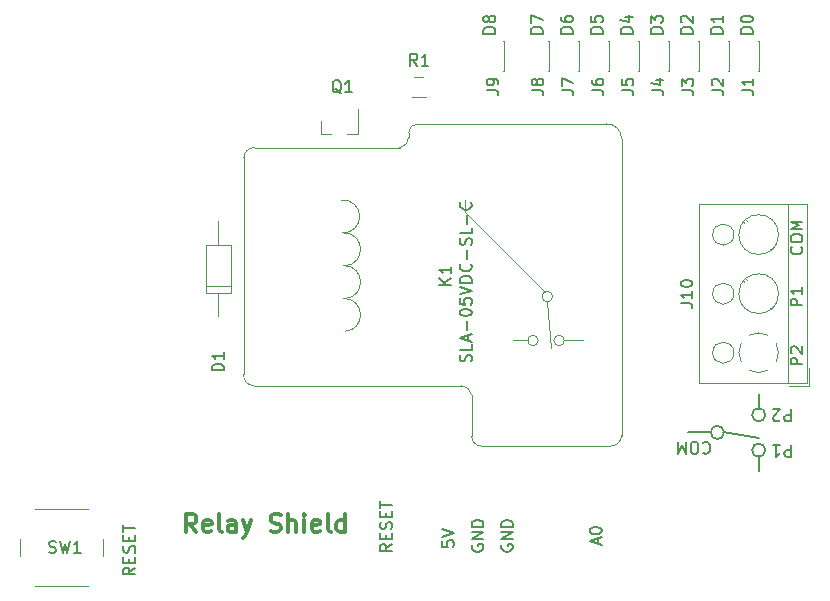
<source format=gto>
G04 #@! TF.GenerationSoftware,KiCad,Pcbnew,(2017-11-08 revision cd21218)-HEAD*
G04 #@! TF.CreationDate,2018-02-16T13:29:39+02:00*
G04 #@! TF.ProjectId,esp8266_uno_relay,657370383236365F756E6F5F72656C61,rev?*
G04 #@! TF.SameCoordinates,Original*
G04 #@! TF.FileFunction,Legend,Top*
G04 #@! TF.FilePolarity,Positive*
%FSLAX46Y46*%
G04 Gerber Fmt 4.6, Leading zero omitted, Abs format (unit mm)*
G04 Created by KiCad (PCBNEW (2017-11-08 revision cd21218)-HEAD) date Fri Feb 16 13:29:39 2018*
%MOMM*%
%LPD*%
G01*
G04 APERTURE LIST*
%ADD10C,0.200000*%
%ADD11C,0.150000*%
%ADD12C,0.300000*%
%ADD13C,0.100000*%
%ADD14C,0.120000*%
%ADD15C,2.200000*%
%ADD16C,2.800000*%
%ADD17C,4.600000*%
%ADD18C,3.600000*%
%ADD19O,2.000000X2.000000*%
%ADD20R,2.000000X2.000000*%
%ADD21R,1.670000X1.370000*%
%ADD22R,2.900000X2.900000*%
%ADD23C,2.900000*%
%ADD24R,1.200000X1.300000*%
%ADD25R,1.900000X1.700000*%
%ADD26C,2.400000*%
G04 APERTURE END LIST*
D10*
X164785714Y-133142857D02*
X164833333Y-133095238D01*
X164976190Y-133047619D01*
X165071428Y-133047619D01*
X165214285Y-133095238D01*
X165309523Y-133190476D01*
X165357142Y-133285714D01*
X165404761Y-133476190D01*
X165404761Y-133619047D01*
X165357142Y-133809523D01*
X165309523Y-133904761D01*
X165214285Y-134000000D01*
X165071428Y-134047619D01*
X164976190Y-134047619D01*
X164833333Y-134000000D01*
X164785714Y-133952380D01*
X164166666Y-134047619D02*
X163976190Y-134047619D01*
X163880952Y-134000000D01*
X163785714Y-133904761D01*
X163738095Y-133714285D01*
X163738095Y-133380952D01*
X163785714Y-133190476D01*
X163880952Y-133095238D01*
X163976190Y-133047619D01*
X164166666Y-133047619D01*
X164261904Y-133095238D01*
X164357142Y-133190476D01*
X164404761Y-133380952D01*
X164404761Y-133714285D01*
X164357142Y-133904761D01*
X164261904Y-134000000D01*
X164166666Y-134047619D01*
X163309523Y-133047619D02*
X163309523Y-134047619D01*
X162976190Y-133333333D01*
X162642857Y-134047619D01*
X162642857Y-133047619D01*
X172238095Y-130297619D02*
X172238095Y-131297619D01*
X171857142Y-131297619D01*
X171761904Y-131250000D01*
X171714285Y-131202380D01*
X171666666Y-131107142D01*
X171666666Y-130964285D01*
X171714285Y-130869047D01*
X171761904Y-130821428D01*
X171857142Y-130773809D01*
X172238095Y-130773809D01*
X171285714Y-131202380D02*
X171238095Y-131250000D01*
X171142857Y-131297619D01*
X170904761Y-131297619D01*
X170809523Y-131250000D01*
X170761904Y-131202380D01*
X170714285Y-131107142D01*
X170714285Y-131011904D01*
X170761904Y-130869047D01*
X171333333Y-130297619D01*
X170714285Y-130297619D01*
X172238095Y-133297619D02*
X172238095Y-134297619D01*
X171857142Y-134297619D01*
X171761904Y-134250000D01*
X171714285Y-134202380D01*
X171666666Y-134107142D01*
X171666666Y-133964285D01*
X171714285Y-133869047D01*
X171761904Y-133821428D01*
X171857142Y-133773809D01*
X172238095Y-133773809D01*
X170714285Y-133297619D02*
X171285714Y-133297619D01*
X171000000Y-133297619D02*
X171000000Y-134297619D01*
X171095238Y-134154761D01*
X171190476Y-134059523D01*
X171285714Y-134011904D01*
X169500000Y-135500000D02*
X169500000Y-134250000D01*
X169500000Y-130250000D02*
X169500000Y-129000000D01*
X165500000Y-132250000D02*
X163500000Y-132250000D01*
X166500000Y-132250000D02*
X169500000Y-132750000D01*
X166559017Y-132250000D02*
G75*
G03X166559017Y-132250000I-559017J0D01*
G01*
X170059017Y-130750000D02*
G75*
G03X170059017Y-130750000I-559017J0D01*
G01*
X170059017Y-133750000D02*
G75*
G03X170059017Y-133750000I-559017J0D01*
G01*
X173107142Y-116535714D02*
X173154761Y-116583333D01*
X173202380Y-116726190D01*
X173202380Y-116821428D01*
X173154761Y-116964285D01*
X173059523Y-117059523D01*
X172964285Y-117107142D01*
X172773809Y-117154761D01*
X172630952Y-117154761D01*
X172440476Y-117107142D01*
X172345238Y-117059523D01*
X172250000Y-116964285D01*
X172202380Y-116821428D01*
X172202380Y-116726190D01*
X172250000Y-116583333D01*
X172297619Y-116535714D01*
X172202380Y-115916666D02*
X172202380Y-115726190D01*
X172250000Y-115630952D01*
X172345238Y-115535714D01*
X172535714Y-115488095D01*
X172869047Y-115488095D01*
X173059523Y-115535714D01*
X173154761Y-115630952D01*
X173202380Y-115726190D01*
X173202380Y-115916666D01*
X173154761Y-116011904D01*
X173059523Y-116107142D01*
X172869047Y-116154761D01*
X172535714Y-116154761D01*
X172345238Y-116107142D01*
X172250000Y-116011904D01*
X172202380Y-115916666D01*
X173202380Y-115059523D02*
X172202380Y-115059523D01*
X172916666Y-114726190D01*
X172202380Y-114392857D01*
X173202380Y-114392857D01*
X173202380Y-121488095D02*
X172202380Y-121488095D01*
X172202380Y-121107142D01*
X172250000Y-121011904D01*
X172297619Y-120964285D01*
X172392857Y-120916666D01*
X172535714Y-120916666D01*
X172630952Y-120964285D01*
X172678571Y-121011904D01*
X172726190Y-121107142D01*
X172726190Y-121488095D01*
X173202380Y-119964285D02*
X173202380Y-120535714D01*
X173202380Y-120250000D02*
X172202380Y-120250000D01*
X172345238Y-120345238D01*
X172440476Y-120440476D01*
X172488095Y-120535714D01*
X173202380Y-126488095D02*
X172202380Y-126488095D01*
X172202380Y-126107142D01*
X172250000Y-126011904D01*
X172297619Y-125964285D01*
X172392857Y-125916666D01*
X172535714Y-125916666D01*
X172630952Y-125964285D01*
X172678571Y-126011904D01*
X172726190Y-126107142D01*
X172726190Y-126488095D01*
X172297619Y-125535714D02*
X172250000Y-125488095D01*
X172202380Y-125392857D01*
X172202380Y-125154761D01*
X172250000Y-125059523D01*
X172297619Y-125011904D01*
X172392857Y-124964285D01*
X172488095Y-124964285D01*
X172630952Y-125011904D01*
X173202380Y-125583333D01*
X173202380Y-124964285D01*
D11*
X168982380Y-98488095D02*
X167982380Y-98488095D01*
X167982380Y-98250000D01*
X168030000Y-98107142D01*
X168125238Y-98011904D01*
X168220476Y-97964285D01*
X168410952Y-97916666D01*
X168553809Y-97916666D01*
X168744285Y-97964285D01*
X168839523Y-98011904D01*
X168934761Y-98107142D01*
X168982380Y-98250000D01*
X168982380Y-98488095D01*
X167982380Y-97297619D02*
X167982380Y-97202380D01*
X168030000Y-97107142D01*
X168077619Y-97059523D01*
X168172857Y-97011904D01*
X168363333Y-96964285D01*
X168601428Y-96964285D01*
X168791904Y-97011904D01*
X168887142Y-97059523D01*
X168934761Y-97107142D01*
X168982380Y-97202380D01*
X168982380Y-97297619D01*
X168934761Y-97392857D01*
X168887142Y-97440476D01*
X168791904Y-97488095D01*
X168601428Y-97535714D01*
X168363333Y-97535714D01*
X168172857Y-97488095D01*
X168077619Y-97440476D01*
X168030000Y-97392857D01*
X167982380Y-97297619D01*
X166442380Y-98488095D02*
X165442380Y-98488095D01*
X165442380Y-98250000D01*
X165490000Y-98107142D01*
X165585238Y-98011904D01*
X165680476Y-97964285D01*
X165870952Y-97916666D01*
X166013809Y-97916666D01*
X166204285Y-97964285D01*
X166299523Y-98011904D01*
X166394761Y-98107142D01*
X166442380Y-98250000D01*
X166442380Y-98488095D01*
X166442380Y-96964285D02*
X166442380Y-97535714D01*
X166442380Y-97250000D02*
X165442380Y-97250000D01*
X165585238Y-97345238D01*
X165680476Y-97440476D01*
X165728095Y-97535714D01*
X163902380Y-98488095D02*
X162902380Y-98488095D01*
X162902380Y-98250000D01*
X162950000Y-98107142D01*
X163045238Y-98011904D01*
X163140476Y-97964285D01*
X163330952Y-97916666D01*
X163473809Y-97916666D01*
X163664285Y-97964285D01*
X163759523Y-98011904D01*
X163854761Y-98107142D01*
X163902380Y-98250000D01*
X163902380Y-98488095D01*
X162997619Y-97535714D02*
X162950000Y-97488095D01*
X162902380Y-97392857D01*
X162902380Y-97154761D01*
X162950000Y-97059523D01*
X162997619Y-97011904D01*
X163092857Y-96964285D01*
X163188095Y-96964285D01*
X163330952Y-97011904D01*
X163902380Y-97583333D01*
X163902380Y-96964285D01*
X161362380Y-98488095D02*
X160362380Y-98488095D01*
X160362380Y-98250000D01*
X160410000Y-98107142D01*
X160505238Y-98011904D01*
X160600476Y-97964285D01*
X160790952Y-97916666D01*
X160933809Y-97916666D01*
X161124285Y-97964285D01*
X161219523Y-98011904D01*
X161314761Y-98107142D01*
X161362380Y-98250000D01*
X161362380Y-98488095D01*
X160362380Y-97583333D02*
X160362380Y-96964285D01*
X160743333Y-97297619D01*
X160743333Y-97154761D01*
X160790952Y-97059523D01*
X160838571Y-97011904D01*
X160933809Y-96964285D01*
X161171904Y-96964285D01*
X161267142Y-97011904D01*
X161314761Y-97059523D01*
X161362380Y-97154761D01*
X161362380Y-97440476D01*
X161314761Y-97535714D01*
X161267142Y-97583333D01*
X158822380Y-98488095D02*
X157822380Y-98488095D01*
X157822380Y-98250000D01*
X157870000Y-98107142D01*
X157965238Y-98011904D01*
X158060476Y-97964285D01*
X158250952Y-97916666D01*
X158393809Y-97916666D01*
X158584285Y-97964285D01*
X158679523Y-98011904D01*
X158774761Y-98107142D01*
X158822380Y-98250000D01*
X158822380Y-98488095D01*
X158155714Y-97059523D02*
X158822380Y-97059523D01*
X157774761Y-97297619D02*
X158489047Y-97535714D01*
X158489047Y-96916666D01*
X156282380Y-98488095D02*
X155282380Y-98488095D01*
X155282380Y-98250000D01*
X155330000Y-98107142D01*
X155425238Y-98011904D01*
X155520476Y-97964285D01*
X155710952Y-97916666D01*
X155853809Y-97916666D01*
X156044285Y-97964285D01*
X156139523Y-98011904D01*
X156234761Y-98107142D01*
X156282380Y-98250000D01*
X156282380Y-98488095D01*
X155282380Y-97011904D02*
X155282380Y-97488095D01*
X155758571Y-97535714D01*
X155710952Y-97488095D01*
X155663333Y-97392857D01*
X155663333Y-97154761D01*
X155710952Y-97059523D01*
X155758571Y-97011904D01*
X155853809Y-96964285D01*
X156091904Y-96964285D01*
X156187142Y-97011904D01*
X156234761Y-97059523D01*
X156282380Y-97154761D01*
X156282380Y-97392857D01*
X156234761Y-97488095D01*
X156187142Y-97535714D01*
X153742380Y-98488095D02*
X152742380Y-98488095D01*
X152742380Y-98250000D01*
X152790000Y-98107142D01*
X152885238Y-98011904D01*
X152980476Y-97964285D01*
X153170952Y-97916666D01*
X153313809Y-97916666D01*
X153504285Y-97964285D01*
X153599523Y-98011904D01*
X153694761Y-98107142D01*
X153742380Y-98250000D01*
X153742380Y-98488095D01*
X152742380Y-97059523D02*
X152742380Y-97250000D01*
X152790000Y-97345238D01*
X152837619Y-97392857D01*
X152980476Y-97488095D01*
X153170952Y-97535714D01*
X153551904Y-97535714D01*
X153647142Y-97488095D01*
X153694761Y-97440476D01*
X153742380Y-97345238D01*
X153742380Y-97154761D01*
X153694761Y-97059523D01*
X153647142Y-97011904D01*
X153551904Y-96964285D01*
X153313809Y-96964285D01*
X153218571Y-97011904D01*
X153170952Y-97059523D01*
X153123333Y-97154761D01*
X153123333Y-97345238D01*
X153170952Y-97440476D01*
X153218571Y-97488095D01*
X153313809Y-97535714D01*
X151202380Y-98488095D02*
X150202380Y-98488095D01*
X150202380Y-98250000D01*
X150250000Y-98107142D01*
X150345238Y-98011904D01*
X150440476Y-97964285D01*
X150630952Y-97916666D01*
X150773809Y-97916666D01*
X150964285Y-97964285D01*
X151059523Y-98011904D01*
X151154761Y-98107142D01*
X151202380Y-98250000D01*
X151202380Y-98488095D01*
X150202380Y-97583333D02*
X150202380Y-96916666D01*
X151202380Y-97345238D01*
X147202380Y-98488095D02*
X146202380Y-98488095D01*
X146202380Y-98250000D01*
X146250000Y-98107142D01*
X146345238Y-98011904D01*
X146440476Y-97964285D01*
X146630952Y-97916666D01*
X146773809Y-97916666D01*
X146964285Y-97964285D01*
X147059523Y-98011904D01*
X147154761Y-98107142D01*
X147202380Y-98250000D01*
X147202380Y-98488095D01*
X146630952Y-97345238D02*
X146583333Y-97440476D01*
X146535714Y-97488095D01*
X146440476Y-97535714D01*
X146392857Y-97535714D01*
X146297619Y-97488095D01*
X146250000Y-97440476D01*
X146202380Y-97345238D01*
X146202380Y-97154761D01*
X146250000Y-97059523D01*
X146297619Y-97011904D01*
X146392857Y-96964285D01*
X146440476Y-96964285D01*
X146535714Y-97011904D01*
X146583333Y-97059523D01*
X146630952Y-97154761D01*
X146630952Y-97345238D01*
X146678571Y-97440476D01*
X146726190Y-97488095D01*
X146821428Y-97535714D01*
X147011904Y-97535714D01*
X147107142Y-97488095D01*
X147154761Y-97440476D01*
X147202380Y-97345238D01*
X147202380Y-97154761D01*
X147154761Y-97059523D01*
X147107142Y-97011904D01*
X147011904Y-96964285D01*
X146821428Y-96964285D01*
X146726190Y-97011904D01*
X146678571Y-97059523D01*
X146630952Y-97154761D01*
X155916666Y-141714285D02*
X155916666Y-141238095D01*
X156202380Y-141809523D02*
X155202380Y-141476190D01*
X156202380Y-141142857D01*
X155202380Y-140619047D02*
X155202380Y-140523809D01*
X155250000Y-140428571D01*
X155297619Y-140380952D01*
X155392857Y-140333333D01*
X155583333Y-140285714D01*
X155821428Y-140285714D01*
X156011904Y-140333333D01*
X156107142Y-140380952D01*
X156154761Y-140428571D01*
X156202380Y-140523809D01*
X156202380Y-140619047D01*
X156154761Y-140714285D01*
X156107142Y-140761904D01*
X156011904Y-140809523D01*
X155821428Y-140857142D01*
X155583333Y-140857142D01*
X155392857Y-140809523D01*
X155297619Y-140761904D01*
X155250000Y-140714285D01*
X155202380Y-140619047D01*
X147750000Y-141761904D02*
X147702380Y-141857142D01*
X147702380Y-142000000D01*
X147750000Y-142142857D01*
X147845238Y-142238095D01*
X147940476Y-142285714D01*
X148130952Y-142333333D01*
X148273809Y-142333333D01*
X148464285Y-142285714D01*
X148559523Y-142238095D01*
X148654761Y-142142857D01*
X148702380Y-142000000D01*
X148702380Y-141904761D01*
X148654761Y-141761904D01*
X148607142Y-141714285D01*
X148273809Y-141714285D01*
X148273809Y-141904761D01*
X148702380Y-141285714D02*
X147702380Y-141285714D01*
X148702380Y-140714285D01*
X147702380Y-140714285D01*
X148702380Y-140238095D02*
X147702380Y-140238095D01*
X147702380Y-140000000D01*
X147750000Y-139857142D01*
X147845238Y-139761904D01*
X147940476Y-139714285D01*
X148130952Y-139666666D01*
X148273809Y-139666666D01*
X148464285Y-139714285D01*
X148559523Y-139761904D01*
X148654761Y-139857142D01*
X148702380Y-140000000D01*
X148702380Y-140238095D01*
X145250000Y-141761904D02*
X145202380Y-141857142D01*
X145202380Y-142000000D01*
X145250000Y-142142857D01*
X145345238Y-142238095D01*
X145440476Y-142285714D01*
X145630952Y-142333333D01*
X145773809Y-142333333D01*
X145964285Y-142285714D01*
X146059523Y-142238095D01*
X146154761Y-142142857D01*
X146202380Y-142000000D01*
X146202380Y-141904761D01*
X146154761Y-141761904D01*
X146107142Y-141714285D01*
X145773809Y-141714285D01*
X145773809Y-141904761D01*
X146202380Y-141285714D02*
X145202380Y-141285714D01*
X146202380Y-140714285D01*
X145202380Y-140714285D01*
X146202380Y-140238095D02*
X145202380Y-140238095D01*
X145202380Y-140000000D01*
X145250000Y-139857142D01*
X145345238Y-139761904D01*
X145440476Y-139714285D01*
X145630952Y-139666666D01*
X145773809Y-139666666D01*
X145964285Y-139714285D01*
X146059523Y-139761904D01*
X146154761Y-139857142D01*
X146202380Y-140000000D01*
X146202380Y-140238095D01*
X138452380Y-141702380D02*
X137976190Y-142035714D01*
X138452380Y-142273809D02*
X137452380Y-142273809D01*
X137452380Y-141892857D01*
X137500000Y-141797619D01*
X137547619Y-141750000D01*
X137642857Y-141702380D01*
X137785714Y-141702380D01*
X137880952Y-141750000D01*
X137928571Y-141797619D01*
X137976190Y-141892857D01*
X137976190Y-142273809D01*
X137928571Y-141273809D02*
X137928571Y-140940476D01*
X138452380Y-140797619D02*
X138452380Y-141273809D01*
X137452380Y-141273809D01*
X137452380Y-140797619D01*
X138404761Y-140416666D02*
X138452380Y-140273809D01*
X138452380Y-140035714D01*
X138404761Y-139940476D01*
X138357142Y-139892857D01*
X138261904Y-139845238D01*
X138166666Y-139845238D01*
X138071428Y-139892857D01*
X138023809Y-139940476D01*
X137976190Y-140035714D01*
X137928571Y-140226190D01*
X137880952Y-140321428D01*
X137833333Y-140369047D01*
X137738095Y-140416666D01*
X137642857Y-140416666D01*
X137547619Y-140369047D01*
X137500000Y-140321428D01*
X137452380Y-140226190D01*
X137452380Y-139988095D01*
X137500000Y-139845238D01*
X137928571Y-139416666D02*
X137928571Y-139083333D01*
X138452380Y-138940476D02*
X138452380Y-139416666D01*
X137452380Y-139416666D01*
X137452380Y-138940476D01*
X137452380Y-138654761D02*
X137452380Y-138083333D01*
X138452380Y-138369047D02*
X137452380Y-138369047D01*
X142702380Y-141440476D02*
X142702380Y-141916666D01*
X143178571Y-141964285D01*
X143130952Y-141916666D01*
X143083333Y-141821428D01*
X143083333Y-141583333D01*
X143130952Y-141488095D01*
X143178571Y-141440476D01*
X143273809Y-141392857D01*
X143511904Y-141392857D01*
X143607142Y-141440476D01*
X143654761Y-141488095D01*
X143702380Y-141583333D01*
X143702380Y-141821428D01*
X143654761Y-141916666D01*
X143607142Y-141964285D01*
X142702380Y-141107142D02*
X143702380Y-140773809D01*
X142702380Y-140440476D01*
D12*
X121892857Y-140678571D02*
X121392857Y-139964285D01*
X121035714Y-140678571D02*
X121035714Y-139178571D01*
X121607142Y-139178571D01*
X121750000Y-139250000D01*
X121821428Y-139321428D01*
X121892857Y-139464285D01*
X121892857Y-139678571D01*
X121821428Y-139821428D01*
X121750000Y-139892857D01*
X121607142Y-139964285D01*
X121035714Y-139964285D01*
X123107142Y-140607142D02*
X122964285Y-140678571D01*
X122678571Y-140678571D01*
X122535714Y-140607142D01*
X122464285Y-140464285D01*
X122464285Y-139892857D01*
X122535714Y-139750000D01*
X122678571Y-139678571D01*
X122964285Y-139678571D01*
X123107142Y-139750000D01*
X123178571Y-139892857D01*
X123178571Y-140035714D01*
X122464285Y-140178571D01*
X124035714Y-140678571D02*
X123892857Y-140607142D01*
X123821428Y-140464285D01*
X123821428Y-139178571D01*
X125250000Y-140678571D02*
X125250000Y-139892857D01*
X125178571Y-139750000D01*
X125035714Y-139678571D01*
X124750000Y-139678571D01*
X124607142Y-139750000D01*
X125250000Y-140607142D02*
X125107142Y-140678571D01*
X124750000Y-140678571D01*
X124607142Y-140607142D01*
X124535714Y-140464285D01*
X124535714Y-140321428D01*
X124607142Y-140178571D01*
X124750000Y-140107142D01*
X125107142Y-140107142D01*
X125250000Y-140035714D01*
X125821428Y-139678571D02*
X126178571Y-140678571D01*
X126535714Y-139678571D02*
X126178571Y-140678571D01*
X126035714Y-141035714D01*
X125964285Y-141107142D01*
X125821428Y-141178571D01*
X128178571Y-140607142D02*
X128392857Y-140678571D01*
X128750000Y-140678571D01*
X128892857Y-140607142D01*
X128964285Y-140535714D01*
X129035714Y-140392857D01*
X129035714Y-140250000D01*
X128964285Y-140107142D01*
X128892857Y-140035714D01*
X128750000Y-139964285D01*
X128464285Y-139892857D01*
X128321428Y-139821428D01*
X128250000Y-139750000D01*
X128178571Y-139607142D01*
X128178571Y-139464285D01*
X128250000Y-139321428D01*
X128321428Y-139250000D01*
X128464285Y-139178571D01*
X128821428Y-139178571D01*
X129035714Y-139250000D01*
X129678571Y-140678571D02*
X129678571Y-139178571D01*
X130321428Y-140678571D02*
X130321428Y-139892857D01*
X130250000Y-139750000D01*
X130107142Y-139678571D01*
X129892857Y-139678571D01*
X129750000Y-139750000D01*
X129678571Y-139821428D01*
X131035714Y-140678571D02*
X131035714Y-139678571D01*
X131035714Y-139178571D02*
X130964285Y-139250000D01*
X131035714Y-139321428D01*
X131107142Y-139250000D01*
X131035714Y-139178571D01*
X131035714Y-139321428D01*
X132321428Y-140607142D02*
X132178571Y-140678571D01*
X131892857Y-140678571D01*
X131750000Y-140607142D01*
X131678571Y-140464285D01*
X131678571Y-139892857D01*
X131750000Y-139750000D01*
X131892857Y-139678571D01*
X132178571Y-139678571D01*
X132321428Y-139750000D01*
X132392857Y-139892857D01*
X132392857Y-140035714D01*
X131678571Y-140178571D01*
X133250000Y-140678571D02*
X133107142Y-140607142D01*
X133035714Y-140464285D01*
X133035714Y-139178571D01*
X134464285Y-140678571D02*
X134464285Y-139178571D01*
X134464285Y-140607142D02*
X134321428Y-140678571D01*
X134035714Y-140678571D01*
X133892857Y-140607142D01*
X133821428Y-140535714D01*
X133750000Y-140392857D01*
X133750000Y-139964285D01*
X133821428Y-139821428D01*
X133892857Y-139750000D01*
X134035714Y-139678571D01*
X134321428Y-139678571D01*
X134464285Y-139750000D01*
D13*
X150830455Y-124466244D02*
G75*
G03X150830455Y-124466244I-445911J0D01*
G01*
X153051544Y-124466244D02*
G75*
G03X153051544Y-124466244I-445911J0D01*
G01*
X134483226Y-120910105D02*
G75*
G03X134372253Y-118133095I-85784J1387294D01*
G01*
X146051462Y-133408887D02*
G75*
G02X145191797Y-132549222I0J859665D01*
G01*
X145191797Y-129072387D02*
X145191797Y-132549222D01*
X134483226Y-123687172D02*
G75*
G03X134372253Y-120910162I-85784J1387294D01*
G01*
X151606848Y-121244395D02*
X151947976Y-125105136D01*
X156897733Y-133408887D02*
X146051462Y-133408887D01*
X152052477Y-120743733D02*
G75*
G03X152052477Y-120743733I-445911J0D01*
G01*
X125904054Y-108971533D02*
X125904054Y-127293454D01*
X126755830Y-128288900D02*
G75*
G02X125905830Y-127299016I0J859884D01*
G01*
X140575030Y-106126735D02*
X156625830Y-106126735D01*
X125917737Y-108997441D02*
G75*
G02X126833630Y-108133335I865093J506D01*
G01*
X148718022Y-124466526D02*
X149940044Y-124466526D01*
X157904054Y-107396735D02*
X157904054Y-132548936D01*
X157897176Y-132473994D02*
G75*
G02X156869957Y-133408887I-938953J-98D01*
G01*
X139869399Y-107243789D02*
G75*
G02X139101830Y-108133335I-869169J-25946D01*
G01*
X151447976Y-120355136D02*
X144670409Y-113577569D01*
X134261864Y-115356012D02*
G75*
G03X134152119Y-112578962I67829J1393374D01*
G01*
X134483226Y-118133038D02*
G75*
G03X134372253Y-115356028I-85784J1387294D01*
G01*
X156603240Y-106126702D02*
G75*
G02X157898866Y-107371335I49990J-1244633D01*
G01*
X139860620Y-106863334D02*
X139860620Y-107222105D01*
X144348198Y-128293454D02*
X126755830Y-128293454D01*
X139127230Y-108133335D02*
X126843487Y-108133335D01*
X154606870Y-124466526D02*
X153051262Y-124466526D01*
X144358931Y-128293447D02*
G75*
G02X145191797Y-129072387I-21468J-857686D01*
G01*
X144670409Y-112566298D02*
X144670409Y-113577569D01*
X139862081Y-106863335D02*
G75*
G02X140600430Y-106124986I738349J0D01*
G01*
D14*
X122690000Y-120480000D02*
X124810000Y-120480000D01*
X124810000Y-120480000D02*
X124810000Y-116360000D01*
X124810000Y-116360000D02*
X122690000Y-116360000D01*
X122690000Y-116360000D02*
X122690000Y-120480000D01*
X123750000Y-122520000D02*
X123750000Y-120480000D01*
X123750000Y-114320000D02*
X123750000Y-116360000D01*
X122690000Y-119820000D02*
X124810000Y-119820000D01*
X169500000Y-101690000D02*
X169500000Y-99150000D01*
X167720000Y-99150000D02*
X167720000Y-101690000D01*
X167720000Y-99150000D02*
X169500000Y-99150000D01*
X169500000Y-101690000D02*
X167720000Y-101690000D01*
X166960000Y-101690000D02*
X165180000Y-101690000D01*
X165180000Y-99150000D02*
X166960000Y-99150000D01*
X165180000Y-99150000D02*
X165180000Y-101690000D01*
X166960000Y-101690000D02*
X166960000Y-99150000D01*
X164420000Y-101690000D02*
X164420000Y-99150000D01*
X162640000Y-99150000D02*
X162640000Y-101690000D01*
X162640000Y-99150000D02*
X164420000Y-99150000D01*
X164420000Y-101690000D02*
X162640000Y-101690000D01*
X161880000Y-101690000D02*
X160100000Y-101690000D01*
X160100000Y-99150000D02*
X161880000Y-99150000D01*
X160100000Y-99150000D02*
X160100000Y-101690000D01*
X161880000Y-101690000D02*
X161880000Y-99150000D01*
X159340000Y-101690000D02*
X159340000Y-99150000D01*
X157560000Y-99150000D02*
X157560000Y-101690000D01*
X157560000Y-99150000D02*
X159340000Y-99150000D01*
X159340000Y-101690000D02*
X157560000Y-101690000D01*
X156800000Y-101690000D02*
X155020000Y-101690000D01*
X155020000Y-99150000D02*
X156800000Y-99150000D01*
X155020000Y-99150000D02*
X155020000Y-101690000D01*
X156800000Y-101690000D02*
X156800000Y-99150000D01*
X154260000Y-101690000D02*
X154260000Y-99150000D01*
X152480000Y-99150000D02*
X152480000Y-101690000D01*
X152480000Y-99150000D02*
X154260000Y-99150000D01*
X154260000Y-101690000D02*
X152480000Y-101690000D01*
X151720000Y-101690000D02*
X149940000Y-101690000D01*
X149940000Y-99150000D02*
X151720000Y-99150000D01*
X149940000Y-99150000D02*
X149940000Y-101690000D01*
X151720000Y-101690000D02*
X151720000Y-99150000D01*
X147910000Y-101690000D02*
X147910000Y-99150000D01*
X146130000Y-99150000D02*
X146130000Y-101690000D01*
X146130000Y-99150000D02*
X147910000Y-99150000D01*
X147910000Y-101690000D02*
X146130000Y-101690000D01*
X170983352Y-124711288D02*
G75*
G02X171180000Y-125500000I-1483352J-788712D01*
G01*
X168710912Y-124016047D02*
G75*
G02X170289000Y-124016000I789088J-1483953D01*
G01*
X168016047Y-126289088D02*
G75*
G02X168016000Y-124711000I1483953J789088D01*
G01*
X170289088Y-126983953D02*
G75*
G02X168711000Y-126984000I-789088J1483953D01*
G01*
X171180450Y-125470617D02*
G75*
G02X170984000Y-126289000I-1680450J-29383D01*
G01*
X167400000Y-125500000D02*
G75*
G03X167400000Y-125500000I-900000J0D01*
G01*
X171180000Y-120500000D02*
G75*
G03X171180000Y-120500000I-1680000J0D01*
G01*
X167400000Y-120500000D02*
G75*
G03X167400000Y-120500000I-900000J0D01*
G01*
X171180000Y-115500000D02*
G75*
G03X171180000Y-115500000I-1680000J0D01*
G01*
X167400000Y-115500000D02*
G75*
G03X167400000Y-115500000I-900000J0D01*
G01*
X172000000Y-128060000D02*
X172000000Y-112940000D01*
X164440000Y-128060000D02*
X173560000Y-128060000D01*
X173560000Y-128060000D02*
X173560000Y-112940000D01*
X173560000Y-112940000D02*
X164440000Y-112940000D01*
X164440000Y-112940000D02*
X164440000Y-128060000D01*
X168431000Y-119225000D02*
X168524000Y-119319000D01*
X170716000Y-121510000D02*
X170774000Y-121569000D01*
X168225000Y-119430000D02*
X168284000Y-119489000D01*
X170476000Y-121680000D02*
X170569000Y-121774000D01*
X168431000Y-114225000D02*
X168524000Y-114319000D01*
X170716000Y-116510000D02*
X170774000Y-116569000D01*
X168225000Y-114430000D02*
X168284000Y-114489000D01*
X170476000Y-116680000D02*
X170569000Y-116774000D01*
X172060000Y-128300000D02*
X173800000Y-128300000D01*
X173800000Y-128300000D02*
X173800000Y-126800000D01*
X132420000Y-107010000D02*
X133350000Y-107010000D01*
X135580000Y-107010000D02*
X134650000Y-107010000D01*
X135580000Y-107010000D02*
X135580000Y-104850000D01*
X132420000Y-107010000D02*
X132420000Y-105550000D01*
X141350000Y-103880000D02*
X140150000Y-103880000D01*
X140150000Y-102120000D02*
X141350000Y-102120000D01*
X108250000Y-145250000D02*
X112750000Y-145250000D01*
X107000000Y-141250000D02*
X107000000Y-142750000D01*
X112750000Y-138750000D02*
X108250000Y-138750000D01*
X114000000Y-142750000D02*
X114000000Y-141250000D01*
D11*
X143452380Y-119738095D02*
X142452380Y-119738095D01*
X143452380Y-119166666D02*
X142880952Y-119595238D01*
X142452380Y-119166666D02*
X143023809Y-119738095D01*
X143452380Y-118214285D02*
X143452380Y-118785714D01*
X143452380Y-118500000D02*
X142452380Y-118500000D01*
X142595238Y-118595238D01*
X142690476Y-118690476D01*
X142738095Y-118785714D01*
X145154761Y-126238095D02*
X145202380Y-126095238D01*
X145202380Y-125857142D01*
X145154761Y-125761904D01*
X145107142Y-125714285D01*
X145011904Y-125666666D01*
X144916666Y-125666666D01*
X144821428Y-125714285D01*
X144773809Y-125761904D01*
X144726190Y-125857142D01*
X144678571Y-126047619D01*
X144630952Y-126142857D01*
X144583333Y-126190476D01*
X144488095Y-126238095D01*
X144392857Y-126238095D01*
X144297619Y-126190476D01*
X144250000Y-126142857D01*
X144202380Y-126047619D01*
X144202380Y-125809523D01*
X144250000Y-125666666D01*
X145202380Y-124761904D02*
X145202380Y-125238095D01*
X144202380Y-125238095D01*
X144916666Y-124476190D02*
X144916666Y-124000000D01*
X145202380Y-124571428D02*
X144202380Y-124238095D01*
X145202380Y-123904761D01*
X144821428Y-123571428D02*
X144821428Y-122809523D01*
X144202380Y-122142857D02*
X144202380Y-122047619D01*
X144250000Y-121952380D01*
X144297619Y-121904761D01*
X144392857Y-121857142D01*
X144583333Y-121809523D01*
X144821428Y-121809523D01*
X145011904Y-121857142D01*
X145107142Y-121904761D01*
X145154761Y-121952380D01*
X145202380Y-122047619D01*
X145202380Y-122142857D01*
X145154761Y-122238095D01*
X145107142Y-122285714D01*
X145011904Y-122333333D01*
X144821428Y-122380952D01*
X144583333Y-122380952D01*
X144392857Y-122333333D01*
X144297619Y-122285714D01*
X144250000Y-122238095D01*
X144202380Y-122142857D01*
X144202380Y-120904761D02*
X144202380Y-121380952D01*
X144678571Y-121428571D01*
X144630952Y-121380952D01*
X144583333Y-121285714D01*
X144583333Y-121047619D01*
X144630952Y-120952380D01*
X144678571Y-120904761D01*
X144773809Y-120857142D01*
X145011904Y-120857142D01*
X145107142Y-120904761D01*
X145154761Y-120952380D01*
X145202380Y-121047619D01*
X145202380Y-121285714D01*
X145154761Y-121380952D01*
X145107142Y-121428571D01*
X144202380Y-120571428D02*
X145202380Y-120238095D01*
X144202380Y-119904761D01*
X145202380Y-119571428D02*
X144202380Y-119571428D01*
X144202380Y-119333333D01*
X144250000Y-119190476D01*
X144345238Y-119095238D01*
X144440476Y-119047619D01*
X144630952Y-119000000D01*
X144773809Y-119000000D01*
X144964285Y-119047619D01*
X145059523Y-119095238D01*
X145154761Y-119190476D01*
X145202380Y-119333333D01*
X145202380Y-119571428D01*
X145107142Y-118000000D02*
X145154761Y-118047619D01*
X145202380Y-118190476D01*
X145202380Y-118285714D01*
X145154761Y-118428571D01*
X145059523Y-118523809D01*
X144964285Y-118571428D01*
X144773809Y-118619047D01*
X144630952Y-118619047D01*
X144440476Y-118571428D01*
X144345238Y-118523809D01*
X144250000Y-118428571D01*
X144202380Y-118285714D01*
X144202380Y-118190476D01*
X144250000Y-118047619D01*
X144297619Y-118000000D01*
X144821428Y-117571428D02*
X144821428Y-116809523D01*
X145154761Y-116380952D02*
X145202380Y-116238095D01*
X145202380Y-116000000D01*
X145154761Y-115904761D01*
X145107142Y-115857142D01*
X145011904Y-115809523D01*
X144916666Y-115809523D01*
X144821428Y-115857142D01*
X144773809Y-115904761D01*
X144726190Y-116000000D01*
X144678571Y-116190476D01*
X144630952Y-116285714D01*
X144583333Y-116333333D01*
X144488095Y-116380952D01*
X144392857Y-116380952D01*
X144297619Y-116333333D01*
X144250000Y-116285714D01*
X144202380Y-116190476D01*
X144202380Y-115952380D01*
X144250000Y-115809523D01*
X145202380Y-114904761D02*
X145202380Y-115380952D01*
X144202380Y-115380952D01*
X144821428Y-114571428D02*
X144821428Y-113809523D01*
X145107142Y-112761904D02*
X145154761Y-112809523D01*
X145202380Y-112952380D01*
X145202380Y-113047619D01*
X145154761Y-113190476D01*
X145059523Y-113285714D01*
X144964285Y-113333333D01*
X144773809Y-113380952D01*
X144630952Y-113380952D01*
X144440476Y-113333333D01*
X144345238Y-113285714D01*
X144250000Y-113190476D01*
X144202380Y-113047619D01*
X144202380Y-112952380D01*
X144250000Y-112809523D01*
X144297619Y-112761904D01*
X124202380Y-126988095D02*
X123202380Y-126988095D01*
X123202380Y-126750000D01*
X123250000Y-126607142D01*
X123345238Y-126511904D01*
X123440476Y-126464285D01*
X123630952Y-126416666D01*
X123773809Y-126416666D01*
X123964285Y-126464285D01*
X124059523Y-126511904D01*
X124154761Y-126607142D01*
X124202380Y-126750000D01*
X124202380Y-126988095D01*
X124202380Y-125464285D02*
X124202380Y-126035714D01*
X124202380Y-125750000D02*
X123202380Y-125750000D01*
X123345238Y-125845238D01*
X123440476Y-125940476D01*
X123488095Y-126035714D01*
X168062380Y-103293333D02*
X168776666Y-103293333D01*
X168919523Y-103340952D01*
X169014761Y-103436190D01*
X169062380Y-103579047D01*
X169062380Y-103674285D01*
X169062380Y-102293333D02*
X169062380Y-102864761D01*
X169062380Y-102579047D02*
X168062380Y-102579047D01*
X168205238Y-102674285D01*
X168300476Y-102769523D01*
X168348095Y-102864761D01*
X165522380Y-103293333D02*
X166236666Y-103293333D01*
X166379523Y-103340952D01*
X166474761Y-103436190D01*
X166522380Y-103579047D01*
X166522380Y-103674285D01*
X165617619Y-102864761D02*
X165570000Y-102817142D01*
X165522380Y-102721904D01*
X165522380Y-102483809D01*
X165570000Y-102388571D01*
X165617619Y-102340952D01*
X165712857Y-102293333D01*
X165808095Y-102293333D01*
X165950952Y-102340952D01*
X166522380Y-102912380D01*
X166522380Y-102293333D01*
X162982380Y-103293333D02*
X163696666Y-103293333D01*
X163839523Y-103340952D01*
X163934761Y-103436190D01*
X163982380Y-103579047D01*
X163982380Y-103674285D01*
X162982380Y-102912380D02*
X162982380Y-102293333D01*
X163363333Y-102626666D01*
X163363333Y-102483809D01*
X163410952Y-102388571D01*
X163458571Y-102340952D01*
X163553809Y-102293333D01*
X163791904Y-102293333D01*
X163887142Y-102340952D01*
X163934761Y-102388571D01*
X163982380Y-102483809D01*
X163982380Y-102769523D01*
X163934761Y-102864761D01*
X163887142Y-102912380D01*
X160442380Y-103293333D02*
X161156666Y-103293333D01*
X161299523Y-103340952D01*
X161394761Y-103436190D01*
X161442380Y-103579047D01*
X161442380Y-103674285D01*
X160775714Y-102388571D02*
X161442380Y-102388571D01*
X160394761Y-102626666D02*
X161109047Y-102864761D01*
X161109047Y-102245714D01*
X157902380Y-103293333D02*
X158616666Y-103293333D01*
X158759523Y-103340952D01*
X158854761Y-103436190D01*
X158902380Y-103579047D01*
X158902380Y-103674285D01*
X157902380Y-102340952D02*
X157902380Y-102817142D01*
X158378571Y-102864761D01*
X158330952Y-102817142D01*
X158283333Y-102721904D01*
X158283333Y-102483809D01*
X158330952Y-102388571D01*
X158378571Y-102340952D01*
X158473809Y-102293333D01*
X158711904Y-102293333D01*
X158807142Y-102340952D01*
X158854761Y-102388571D01*
X158902380Y-102483809D01*
X158902380Y-102721904D01*
X158854761Y-102817142D01*
X158807142Y-102864761D01*
X155362380Y-103293333D02*
X156076666Y-103293333D01*
X156219523Y-103340952D01*
X156314761Y-103436190D01*
X156362380Y-103579047D01*
X156362380Y-103674285D01*
X155362380Y-102388571D02*
X155362380Y-102579047D01*
X155410000Y-102674285D01*
X155457619Y-102721904D01*
X155600476Y-102817142D01*
X155790952Y-102864761D01*
X156171904Y-102864761D01*
X156267142Y-102817142D01*
X156314761Y-102769523D01*
X156362380Y-102674285D01*
X156362380Y-102483809D01*
X156314761Y-102388571D01*
X156267142Y-102340952D01*
X156171904Y-102293333D01*
X155933809Y-102293333D01*
X155838571Y-102340952D01*
X155790952Y-102388571D01*
X155743333Y-102483809D01*
X155743333Y-102674285D01*
X155790952Y-102769523D01*
X155838571Y-102817142D01*
X155933809Y-102864761D01*
X152822380Y-103293333D02*
X153536666Y-103293333D01*
X153679523Y-103340952D01*
X153774761Y-103436190D01*
X153822380Y-103579047D01*
X153822380Y-103674285D01*
X152822380Y-102912380D02*
X152822380Y-102245714D01*
X153822380Y-102674285D01*
X150282380Y-103293333D02*
X150996666Y-103293333D01*
X151139523Y-103340952D01*
X151234761Y-103436190D01*
X151282380Y-103579047D01*
X151282380Y-103674285D01*
X150710952Y-102674285D02*
X150663333Y-102769523D01*
X150615714Y-102817142D01*
X150520476Y-102864761D01*
X150472857Y-102864761D01*
X150377619Y-102817142D01*
X150330000Y-102769523D01*
X150282380Y-102674285D01*
X150282380Y-102483809D01*
X150330000Y-102388571D01*
X150377619Y-102340952D01*
X150472857Y-102293333D01*
X150520476Y-102293333D01*
X150615714Y-102340952D01*
X150663333Y-102388571D01*
X150710952Y-102483809D01*
X150710952Y-102674285D01*
X150758571Y-102769523D01*
X150806190Y-102817142D01*
X150901428Y-102864761D01*
X151091904Y-102864761D01*
X151187142Y-102817142D01*
X151234761Y-102769523D01*
X151282380Y-102674285D01*
X151282380Y-102483809D01*
X151234761Y-102388571D01*
X151187142Y-102340952D01*
X151091904Y-102293333D01*
X150901428Y-102293333D01*
X150806190Y-102340952D01*
X150758571Y-102388571D01*
X150710952Y-102483809D01*
X146472380Y-103293333D02*
X147186666Y-103293333D01*
X147329523Y-103340952D01*
X147424761Y-103436190D01*
X147472380Y-103579047D01*
X147472380Y-103674285D01*
X147472380Y-102769523D02*
X147472380Y-102579047D01*
X147424761Y-102483809D01*
X147377142Y-102436190D01*
X147234285Y-102340952D01*
X147043809Y-102293333D01*
X146662857Y-102293333D01*
X146567619Y-102340952D01*
X146520000Y-102388571D01*
X146472380Y-102483809D01*
X146472380Y-102674285D01*
X146520000Y-102769523D01*
X146567619Y-102817142D01*
X146662857Y-102864761D01*
X146900952Y-102864761D01*
X146996190Y-102817142D01*
X147043809Y-102769523D01*
X147091428Y-102674285D01*
X147091428Y-102483809D01*
X147043809Y-102388571D01*
X146996190Y-102340952D01*
X146900952Y-102293333D01*
X162892380Y-121309523D02*
X163606666Y-121309523D01*
X163749523Y-121357142D01*
X163844761Y-121452380D01*
X163892380Y-121595238D01*
X163892380Y-121690476D01*
X163892380Y-120309523D02*
X163892380Y-120880952D01*
X163892380Y-120595238D02*
X162892380Y-120595238D01*
X163035238Y-120690476D01*
X163130476Y-120785714D01*
X163178095Y-120880952D01*
X162892380Y-119690476D02*
X162892380Y-119595238D01*
X162940000Y-119500000D01*
X162987619Y-119452380D01*
X163082857Y-119404761D01*
X163273333Y-119357142D01*
X163511428Y-119357142D01*
X163701904Y-119404761D01*
X163797142Y-119452380D01*
X163844761Y-119500000D01*
X163892380Y-119595238D01*
X163892380Y-119690476D01*
X163844761Y-119785714D01*
X163797142Y-119833333D01*
X163701904Y-119880952D01*
X163511428Y-119928571D01*
X163273333Y-119928571D01*
X163082857Y-119880952D01*
X162987619Y-119833333D01*
X162940000Y-119785714D01*
X162892380Y-119690476D01*
X134154761Y-103547619D02*
X134059523Y-103500000D01*
X133964285Y-103404761D01*
X133821428Y-103261904D01*
X133726190Y-103214285D01*
X133630952Y-103214285D01*
X133678571Y-103452380D02*
X133583333Y-103404761D01*
X133488095Y-103309523D01*
X133440476Y-103119047D01*
X133440476Y-102785714D01*
X133488095Y-102595238D01*
X133583333Y-102500000D01*
X133678571Y-102452380D01*
X133869047Y-102452380D01*
X133964285Y-102500000D01*
X134059523Y-102595238D01*
X134107142Y-102785714D01*
X134107142Y-103119047D01*
X134059523Y-103309523D01*
X133964285Y-103404761D01*
X133869047Y-103452380D01*
X133678571Y-103452380D01*
X135059523Y-103452380D02*
X134488095Y-103452380D01*
X134773809Y-103452380D02*
X134773809Y-102452380D01*
X134678571Y-102595238D01*
X134583333Y-102690476D01*
X134488095Y-102738095D01*
X140583333Y-101202380D02*
X140250000Y-100726190D01*
X140011904Y-101202380D02*
X140011904Y-100202380D01*
X140392857Y-100202380D01*
X140488095Y-100250000D01*
X140535714Y-100297619D01*
X140583333Y-100392857D01*
X140583333Y-100535714D01*
X140535714Y-100630952D01*
X140488095Y-100678571D01*
X140392857Y-100726190D01*
X140011904Y-100726190D01*
X141535714Y-101202380D02*
X140964285Y-101202380D01*
X141250000Y-101202380D02*
X141250000Y-100202380D01*
X141154761Y-100345238D01*
X141059523Y-100440476D01*
X140964285Y-100488095D01*
X109416666Y-142404761D02*
X109559523Y-142452380D01*
X109797619Y-142452380D01*
X109892857Y-142404761D01*
X109940476Y-142357142D01*
X109988095Y-142261904D01*
X109988095Y-142166666D01*
X109940476Y-142071428D01*
X109892857Y-142023809D01*
X109797619Y-141976190D01*
X109607142Y-141928571D01*
X109511904Y-141880952D01*
X109464285Y-141833333D01*
X109416666Y-141738095D01*
X109416666Y-141642857D01*
X109464285Y-141547619D01*
X109511904Y-141500000D01*
X109607142Y-141452380D01*
X109845238Y-141452380D01*
X109988095Y-141500000D01*
X110321428Y-141452380D02*
X110559523Y-142452380D01*
X110750000Y-141738095D01*
X110940476Y-142452380D01*
X111178571Y-141452380D01*
X112083333Y-142452380D02*
X111511904Y-142452380D01*
X111797619Y-142452380D02*
X111797619Y-141452380D01*
X111702380Y-141595238D01*
X111607142Y-141690476D01*
X111511904Y-141738095D01*
X116702380Y-143702380D02*
X116226190Y-144035714D01*
X116702380Y-144273809D02*
X115702380Y-144273809D01*
X115702380Y-143892857D01*
X115750000Y-143797619D01*
X115797619Y-143750000D01*
X115892857Y-143702380D01*
X116035714Y-143702380D01*
X116130952Y-143750000D01*
X116178571Y-143797619D01*
X116226190Y-143892857D01*
X116226190Y-144273809D01*
X116178571Y-143273809D02*
X116178571Y-142940476D01*
X116702380Y-142797619D02*
X116702380Y-143273809D01*
X115702380Y-143273809D01*
X115702380Y-142797619D01*
X116654761Y-142416666D02*
X116702380Y-142273809D01*
X116702380Y-142035714D01*
X116654761Y-141940476D01*
X116607142Y-141892857D01*
X116511904Y-141845238D01*
X116416666Y-141845238D01*
X116321428Y-141892857D01*
X116273809Y-141940476D01*
X116226190Y-142035714D01*
X116178571Y-142226190D01*
X116130952Y-142321428D01*
X116083333Y-142369047D01*
X115988095Y-142416666D01*
X115892857Y-142416666D01*
X115797619Y-142369047D01*
X115750000Y-142321428D01*
X115702380Y-142226190D01*
X115702380Y-141988095D01*
X115750000Y-141845238D01*
X116178571Y-141416666D02*
X116178571Y-141083333D01*
X116702380Y-140940476D02*
X116702380Y-141416666D01*
X115702380Y-141416666D01*
X115702380Y-140940476D01*
X115702380Y-140654761D02*
X115702380Y-140083333D01*
X116702380Y-140369047D02*
X115702380Y-140369047D01*
%LPC*%
D15*
X130700000Y-132830000D03*
X128160000Y-135330000D03*
X128160000Y-132830000D03*
X130700000Y-135330000D03*
X125620000Y-135330000D03*
X125620000Y-132830000D03*
X123080000Y-132830000D03*
X123080000Y-135330000D03*
X125620000Y-104830000D03*
X123080000Y-104830000D03*
X130700000Y-104830000D03*
X128160000Y-99750000D03*
X130700000Y-99750000D03*
X125620000Y-102290000D03*
X128160000Y-104830000D03*
X123080000Y-102290000D03*
X130700000Y-102290000D03*
X128160000Y-102290000D03*
X125620000Y-99750000D03*
X123080000Y-99750000D03*
X120450000Y-135310000D03*
X117910000Y-135310000D03*
X115370000Y-135310000D03*
X112830000Y-135310000D03*
X110290000Y-135310000D03*
X107750000Y-135310000D03*
X120450000Y-132770000D03*
X117910000Y-132770000D03*
X115370000Y-132770000D03*
X112830000Y-132770000D03*
X110290000Y-132770000D03*
X107750000Y-132770000D03*
X120450000Y-130230000D03*
X117910000Y-130230000D03*
X115370000Y-130230000D03*
X112830000Y-130230000D03*
X110290000Y-130230000D03*
X107750000Y-130230000D03*
X120450000Y-127690000D03*
X117910000Y-127690000D03*
X115370000Y-127690000D03*
X112830000Y-127690000D03*
X110290000Y-127690000D03*
X107750000Y-127690000D03*
X120450000Y-125150000D03*
X117910000Y-125150000D03*
X115370000Y-125150000D03*
X112830000Y-125150000D03*
X110290000Y-125150000D03*
X107750000Y-125150000D03*
X120450000Y-122610000D03*
X117910000Y-122610000D03*
X115370000Y-122610000D03*
X112830000Y-122610000D03*
X110290000Y-122610000D03*
X107750000Y-122610000D03*
X120450000Y-120070000D03*
X117910000Y-120070000D03*
X115370000Y-120070000D03*
X112830000Y-120070000D03*
X110290000Y-120070000D03*
X107750000Y-120070000D03*
X120450000Y-117530000D03*
X117910000Y-117530000D03*
X115370000Y-117530000D03*
X112830000Y-117530000D03*
X110290000Y-117530000D03*
X107750000Y-117530000D03*
X120450000Y-114990000D03*
X117910000Y-114990000D03*
X115370000Y-114990000D03*
X112830000Y-114990000D03*
X110290000Y-114990000D03*
X107750000Y-114990000D03*
X120450000Y-112450000D03*
X117910000Y-112450000D03*
X115370000Y-112450000D03*
X112830000Y-112450000D03*
X110290000Y-112450000D03*
X107750000Y-112450000D03*
X120450000Y-109910000D03*
X117910000Y-109910000D03*
X115370000Y-109910000D03*
X112830000Y-109910000D03*
X110290000Y-109910000D03*
X107750000Y-109910000D03*
X120450000Y-107370000D03*
X117910000Y-107370000D03*
X115370000Y-107370000D03*
X112830000Y-107370000D03*
X110290000Y-107370000D03*
X107750000Y-107370000D03*
X120450000Y-104830000D03*
X117910000Y-104830000D03*
X115370000Y-104830000D03*
X112830000Y-104830000D03*
X110290000Y-104830000D03*
X107750000Y-104830000D03*
X120450000Y-102290000D03*
X117910000Y-102290000D03*
X115370000Y-102290000D03*
X112830000Y-102290000D03*
X110290000Y-102290000D03*
X107750000Y-102290000D03*
X120450000Y-99750000D03*
X117910000Y-99750000D03*
X115370000Y-99750000D03*
X112830000Y-99750000D03*
X110290000Y-99750000D03*
X107750000Y-99750000D03*
D16*
X132447976Y-113305136D03*
X132447976Y-123455136D03*
D17*
X129947976Y-118355136D03*
X145197976Y-109705136D03*
X147697976Y-127305136D03*
X155447976Y-127305136D03*
D18*
X119250000Y-143750000D03*
X171250000Y-138750000D03*
X171250000Y-110750000D03*
X120500000Y-95500000D03*
D19*
X123860000Y-95490000D03*
X126400000Y-95490000D03*
D20*
X133000000Y-143750000D03*
D19*
X163480000Y-95490000D03*
X135540000Y-143750000D03*
X160940000Y-95490000D03*
X138080000Y-143750000D03*
X158400000Y-95490000D03*
X140620000Y-143750000D03*
X155860000Y-95490000D03*
X143160000Y-143750000D03*
X153320000Y-95490000D03*
X145700000Y-143750000D03*
X150780000Y-95490000D03*
X148240000Y-143750000D03*
X146720000Y-95490000D03*
X150780000Y-143750000D03*
X144180000Y-95490000D03*
X155860000Y-143750000D03*
X141640000Y-95490000D03*
X158400000Y-143750000D03*
X139100000Y-95490000D03*
X160940000Y-143750000D03*
X136560000Y-95490000D03*
X163480000Y-143750000D03*
X134020000Y-95490000D03*
X166020000Y-143750000D03*
X131480000Y-95490000D03*
X168560000Y-143750000D03*
X128940000Y-95490000D03*
X168560000Y-95490000D03*
X166020000Y-95490000D03*
D20*
X123750000Y-123500000D03*
D19*
X123750000Y-113340000D03*
D21*
X168610000Y-101060000D03*
X168610000Y-99780000D03*
X166070000Y-99780000D03*
X166070000Y-101060000D03*
X163530000Y-101060000D03*
X163530000Y-99780000D03*
X160990000Y-99780000D03*
X160990000Y-101060000D03*
X158450000Y-101060000D03*
X158450000Y-99780000D03*
X155910000Y-99780000D03*
X155910000Y-101060000D03*
X153370000Y-101060000D03*
X153370000Y-99780000D03*
X150830000Y-99780000D03*
X150830000Y-101060000D03*
X147020000Y-101060000D03*
X147020000Y-99780000D03*
D22*
X169500000Y-125500000D03*
D23*
X169500000Y-120500000D03*
X169500000Y-115500000D03*
D24*
X134950000Y-105250000D03*
X133050000Y-105250000D03*
X134000000Y-107250000D03*
D25*
X139400000Y-103000000D03*
X142100000Y-103000000D03*
D26*
X107250000Y-144250000D03*
X107250000Y-139750000D03*
X113750000Y-144250000D03*
X113750000Y-139750000D03*
M02*

</source>
